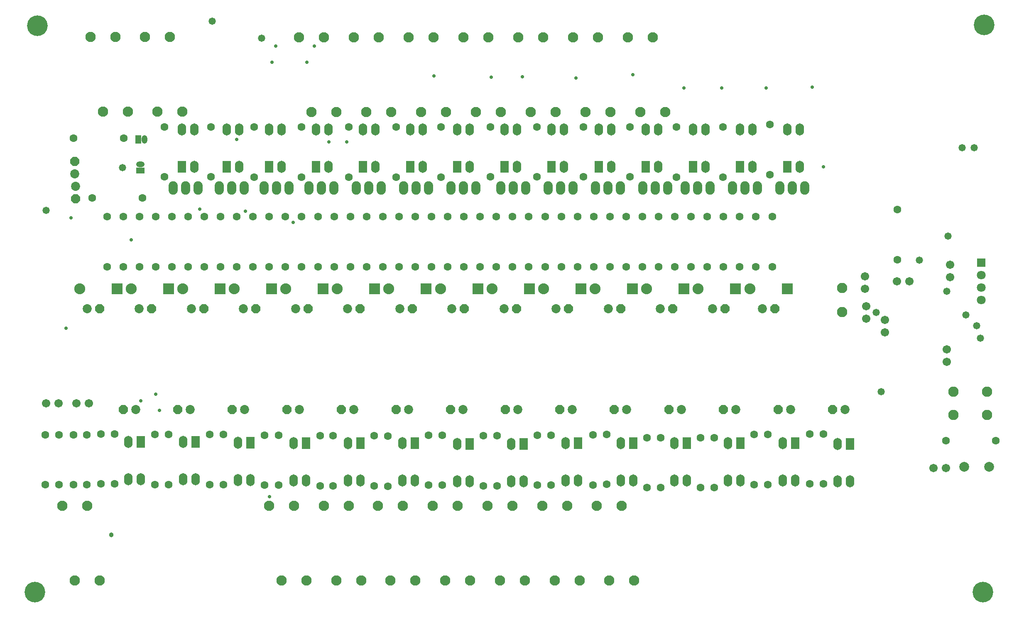
<source format=gbs>
G04*
G04 #@! TF.GenerationSoftware,Altium Limited,Altium Designer,21.3.2 (30)*
G04*
G04 Layer_Color=16711935*
%FSTAX24Y24*%
%MOIN*%
G70*
G04*
G04 #@! TF.SameCoordinates,1CD0A03D-4A64-46C4-810B-20C9608AE917*
G04*
G04*
G04 #@! TF.FilePolarity,Negative*
G04*
G01*
G75*
%ADD29O,0.0740X0.1080*%
%ADD30C,0.0631*%
%ADD31C,0.0827*%
%ADD32C,0.0830*%
%ADD33C,0.0671*%
%ADD34C,0.0710*%
%ADD35R,0.0710X0.0710*%
%ADD36O,0.0680X0.0980*%
%ADD37R,0.0680X0.0980*%
%ADD38C,0.0730*%
%ADD39P,0.0790X8X202.5*%
%ADD40C,0.0880*%
%ADD41R,0.0880X0.0880*%
%ADD42P,0.0790X8X292.5*%
%ADD43R,0.0671X0.0474*%
%ADD44O,0.0671X0.0474*%
%ADD45R,0.0474X0.0671*%
%ADD46O,0.0474X0.0671*%
%ADD47C,0.0789*%
%ADD48C,0.1655*%
%ADD49C,0.0280*%
%ADD50C,0.0380*%
%ADD51C,0.0580*%
D29*
X063Y0337D02*
D03*
X062D02*
D03*
X061D02*
D03*
X0554D02*
D03*
X0544D02*
D03*
X0534D02*
D03*
X052D02*
D03*
X051D02*
D03*
X05D02*
D03*
X0482D02*
D03*
X0472D02*
D03*
X0462D02*
D03*
X0444D02*
D03*
X0434D02*
D03*
X0424D02*
D03*
X0366D02*
D03*
X0356D02*
D03*
X0346D02*
D03*
X0406D02*
D03*
X0396D02*
D03*
X0386D02*
D03*
X0216D02*
D03*
X0206D02*
D03*
X0196D02*
D03*
X0572D02*
D03*
X0582D02*
D03*
X0592D02*
D03*
X0143D02*
D03*
X0133D02*
D03*
X0123D02*
D03*
X0232D02*
D03*
X0242D02*
D03*
X0252D02*
D03*
X027D02*
D03*
X028D02*
D03*
X029D02*
D03*
X0308D02*
D03*
X0318D02*
D03*
X0328D02*
D03*
X016D02*
D03*
X017D02*
D03*
X018D02*
D03*
D30*
X01195Y009892D02*
D03*
Y013908D02*
D03*
X01085Y009892D02*
D03*
Y013908D02*
D03*
X0188Y038608D02*
D03*
Y034592D02*
D03*
X037769Y038619D02*
D03*
Y034604D02*
D03*
X0645Y013958D02*
D03*
Y009942D02*
D03*
X0634Y013958D02*
D03*
Y009942D02*
D03*
X06005Y013908D02*
D03*
Y009892D02*
D03*
X05895Y013908D02*
D03*
Y009892D02*
D03*
X05575Y013658D02*
D03*
Y009642D02*
D03*
X05465Y013658D02*
D03*
Y009642D02*
D03*
X05145Y013658D02*
D03*
Y009642D02*
D03*
X05035Y013658D02*
D03*
Y009642D02*
D03*
X0471Y013916D02*
D03*
Y0099D02*
D03*
X046Y013866D02*
D03*
Y00985D02*
D03*
X04265Y009842D02*
D03*
Y013858D02*
D03*
X04155Y009842D02*
D03*
Y013858D02*
D03*
X0372Y013808D02*
D03*
Y009792D02*
D03*
X0383Y013808D02*
D03*
Y009792D02*
D03*
X0328Y013858D02*
D03*
Y009842D02*
D03*
X02955Y013766D02*
D03*
Y00975D02*
D03*
X02845Y013808D02*
D03*
Y009792D02*
D03*
X0241Y013808D02*
D03*
Y009792D02*
D03*
X07045Y031966D02*
D03*
Y02795D02*
D03*
X0226Y038608D02*
D03*
Y034592D02*
D03*
X074342Y0134D02*
D03*
X078358D02*
D03*
X0076Y009942D02*
D03*
Y013958D02*
D03*
X0604Y027392D02*
D03*
Y031408D02*
D03*
X059098D02*
D03*
Y027392D02*
D03*
X057795Y031408D02*
D03*
Y027392D02*
D03*
X056493D02*
D03*
Y031408D02*
D03*
X05519D02*
D03*
Y027392D02*
D03*
X053888Y031408D02*
D03*
Y027392D02*
D03*
X052585D02*
D03*
Y031408D02*
D03*
X051283D02*
D03*
Y027392D02*
D03*
X04998Y031408D02*
D03*
Y027392D02*
D03*
X048678D02*
D03*
Y031408D02*
D03*
X047376D02*
D03*
Y027392D02*
D03*
X044771D02*
D03*
Y031408D02*
D03*
X046073D02*
D03*
Y027392D02*
D03*
X043468Y031408D02*
D03*
Y027392D02*
D03*
X042166Y031408D02*
D03*
Y027392D02*
D03*
X040863D02*
D03*
Y031408D02*
D03*
X039561D02*
D03*
Y027392D02*
D03*
X038259Y031408D02*
D03*
Y027392D02*
D03*
X036956D02*
D03*
Y031408D02*
D03*
X035654D02*
D03*
Y027392D02*
D03*
X034351Y031408D02*
D03*
Y027392D02*
D03*
X033049D02*
D03*
Y031408D02*
D03*
X031746D02*
D03*
Y027392D02*
D03*
X030444Y031408D02*
D03*
Y027392D02*
D03*
X029141D02*
D03*
Y031408D02*
D03*
X027839D02*
D03*
Y027392D02*
D03*
X026537Y031408D02*
D03*
Y027392D02*
D03*
X025234D02*
D03*
Y031408D02*
D03*
X023932D02*
D03*
Y027392D02*
D03*
X022629Y031408D02*
D03*
Y027392D02*
D03*
X021327D02*
D03*
Y031408D02*
D03*
X020024D02*
D03*
Y027392D02*
D03*
X018722Y031408D02*
D03*
Y027392D02*
D03*
X01742D02*
D03*
Y031408D02*
D03*
X016117D02*
D03*
Y027392D02*
D03*
X014815Y031408D02*
D03*
Y027392D02*
D03*
X013512D02*
D03*
Y031408D02*
D03*
X01221D02*
D03*
Y027392D02*
D03*
X010907Y031408D02*
D03*
Y027392D02*
D03*
X015338Y034604D02*
D03*
Y038619D02*
D03*
X0264Y034592D02*
D03*
Y038608D02*
D03*
X0302Y034592D02*
D03*
Y038608D02*
D03*
X0338Y034592D02*
D03*
Y038608D02*
D03*
X041508Y034604D02*
D03*
Y038619D02*
D03*
X045246Y034604D02*
D03*
Y038619D02*
D03*
X048985Y034604D02*
D03*
Y038619D02*
D03*
X052723Y034592D02*
D03*
Y038608D02*
D03*
X056462Y034592D02*
D03*
Y038608D02*
D03*
X0602Y034792D02*
D03*
Y038808D02*
D03*
X0116Y034604D02*
D03*
Y038619D02*
D03*
X009605Y027392D02*
D03*
Y031408D02*
D03*
X008302Y027392D02*
D03*
Y031408D02*
D03*
X007D02*
D03*
Y027392D02*
D03*
X01525Y013908D02*
D03*
Y009892D02*
D03*
X01635Y013908D02*
D03*
Y009892D02*
D03*
X0065Y013958D02*
D03*
Y009942D02*
D03*
X003164Y013885D02*
D03*
Y00987D02*
D03*
X00205Y013885D02*
D03*
Y00987D02*
D03*
X00539Y013885D02*
D03*
Y00987D02*
D03*
X004314Y013885D02*
D03*
Y00987D02*
D03*
X008339Y037695D02*
D03*
X004324D02*
D03*
X009839Y032895D02*
D03*
X005824D02*
D03*
X0339Y009842D02*
D03*
Y013858D02*
D03*
X02515Y009792D02*
D03*
Y013808D02*
D03*
X020788Y009829D02*
D03*
Y013845D02*
D03*
X019656Y009839D02*
D03*
Y013855D02*
D03*
D31*
X021004Y002167D02*
D03*
X023004D02*
D03*
X020004Y008167D02*
D03*
X022004D02*
D03*
X048304D02*
D03*
X046304D02*
D03*
X049304Y002167D02*
D03*
X047304D02*
D03*
X043954Y008167D02*
D03*
X041954D02*
D03*
X044954Y002167D02*
D03*
X042954D02*
D03*
X030754Y008167D02*
D03*
X028754D02*
D03*
X031754Y002167D02*
D03*
X029754D02*
D03*
X035154Y008167D02*
D03*
X033154D02*
D03*
X036154Y002167D02*
D03*
X034154D02*
D03*
X039554Y008167D02*
D03*
X037554D02*
D03*
X040554Y002167D02*
D03*
X038554D02*
D03*
X012047Y04583D02*
D03*
X010047D02*
D03*
X013047Y03983D02*
D03*
X011047D02*
D03*
X0234Y0398D02*
D03*
X0254D02*
D03*
X0224Y0458D02*
D03*
X0244D02*
D03*
X0322Y0398D02*
D03*
X0342D02*
D03*
X0312Y0458D02*
D03*
X0332D02*
D03*
X0498Y0398D02*
D03*
X0518D02*
D03*
X0488Y0458D02*
D03*
X0508D02*
D03*
X0454Y0398D02*
D03*
X0474D02*
D03*
X0444Y0458D02*
D03*
X0464D02*
D03*
X041Y0398D02*
D03*
X043D02*
D03*
X04Y0458D02*
D03*
X042D02*
D03*
X0366Y0398D02*
D03*
X0386D02*
D03*
X0356Y0458D02*
D03*
X0376D02*
D03*
X0278Y0398D02*
D03*
X0298D02*
D03*
X0268Y0458D02*
D03*
X0288D02*
D03*
X007692Y045857D02*
D03*
X005691D02*
D03*
X008691Y039857D02*
D03*
X006691D02*
D03*
X025404Y002167D02*
D03*
X027404D02*
D03*
X024404Y008167D02*
D03*
X026404D02*
D03*
X0044Y002167D02*
D03*
X0064D02*
D03*
X0034Y008167D02*
D03*
X0054D02*
D03*
D32*
X066Y025665D02*
D03*
Y023735D02*
D03*
X07766Y01735D02*
D03*
X07495Y01547D02*
D03*
Y01735D02*
D03*
X07766Y01547D02*
D03*
D33*
X06795Y0232D02*
D03*
Y0242D02*
D03*
X06785Y0256D02*
D03*
Y0266D02*
D03*
X0744Y01975D02*
D03*
Y02075D02*
D03*
X06945Y0221D02*
D03*
Y0231D02*
D03*
X0704Y0262D02*
D03*
X0714D02*
D03*
X074668Y026554D02*
D03*
Y027554D02*
D03*
X0021Y0164D02*
D03*
X0031D02*
D03*
X00455D02*
D03*
X00555D02*
D03*
X07435Y0112D02*
D03*
X07335D02*
D03*
D34*
X07718Y02471D02*
D03*
Y02671D02*
D03*
Y02571D02*
D03*
D35*
Y02771D02*
D03*
D36*
X0141Y0103D02*
D03*
X0131D02*
D03*
Y0133D02*
D03*
X0185Y01025D02*
D03*
X0175D02*
D03*
Y01325D02*
D03*
X022975Y010212D02*
D03*
X021975D02*
D03*
Y013212D02*
D03*
X02735Y0102D02*
D03*
X02635D02*
D03*
Y0132D02*
D03*
X0317Y0102D02*
D03*
X0307D02*
D03*
Y0132D02*
D03*
X0361Y01015D02*
D03*
X0351D02*
D03*
Y01315D02*
D03*
X04045Y01015D02*
D03*
X03945D02*
D03*
Y01315D02*
D03*
X0448Y0102D02*
D03*
X0438D02*
D03*
Y0132D02*
D03*
X04925Y0102D02*
D03*
X04825D02*
D03*
Y0132D02*
D03*
X05355Y0102D02*
D03*
X05255D02*
D03*
Y0132D02*
D03*
X05785Y0102D02*
D03*
X05685D02*
D03*
Y0132D02*
D03*
X06225Y0102D02*
D03*
X06125D02*
D03*
Y0132D02*
D03*
X06665Y01015D02*
D03*
X06565D02*
D03*
Y01315D02*
D03*
X0087Y0133D02*
D03*
Y0103D02*
D03*
X0097D02*
D03*
X013Y0384D02*
D03*
X014D02*
D03*
Y0354D02*
D03*
X0176D02*
D03*
Y0384D02*
D03*
X0166D02*
D03*
X021Y0354D02*
D03*
Y0384D02*
D03*
X02D02*
D03*
X024782Y0354D02*
D03*
Y0384D02*
D03*
X023782D02*
D03*
X028564Y0354D02*
D03*
Y0384D02*
D03*
X027564D02*
D03*
X032345Y0354D02*
D03*
Y0384D02*
D03*
X031345D02*
D03*
X036127Y0354D02*
D03*
Y0384D02*
D03*
X035127D02*
D03*
X039909Y0354D02*
D03*
Y0384D02*
D03*
X038909D02*
D03*
X043691Y0354D02*
D03*
Y0384D02*
D03*
X042691D02*
D03*
X047473Y0354D02*
D03*
Y0384D02*
D03*
X046473D02*
D03*
X051255Y0354D02*
D03*
Y0384D02*
D03*
X050255D02*
D03*
X055036Y0354D02*
D03*
Y0384D02*
D03*
X054036D02*
D03*
X058818Y0354D02*
D03*
Y0384D02*
D03*
X057818D02*
D03*
X0626Y0354D02*
D03*
Y0384D02*
D03*
X0616D02*
D03*
D37*
X0141Y0133D02*
D03*
X0185Y01325D02*
D03*
X022975Y013212D02*
D03*
X02735Y0132D02*
D03*
X0317D02*
D03*
X0361Y01315D02*
D03*
X04045D02*
D03*
X0448Y0132D02*
D03*
X04925D02*
D03*
X05355D02*
D03*
X05785D02*
D03*
X06225D02*
D03*
X06665Y01315D02*
D03*
X0097Y0133D02*
D03*
X013Y0354D02*
D03*
X0166D02*
D03*
X02D02*
D03*
X023782D02*
D03*
X027564D02*
D03*
X031345D02*
D03*
X035127D02*
D03*
X038909D02*
D03*
X042691D02*
D03*
X046473D02*
D03*
X050255D02*
D03*
X054036D02*
D03*
X057818D02*
D03*
X0616D02*
D03*
D38*
X0596Y024D02*
D03*
X055615D02*
D03*
X047246D02*
D03*
X043062D02*
D03*
X038877D02*
D03*
X034692D02*
D03*
X030508D02*
D03*
X026323D02*
D03*
X022138D02*
D03*
X06625Y0159D02*
D03*
X061869D02*
D03*
X057488D02*
D03*
X053108D02*
D03*
X048727D02*
D03*
X044346D02*
D03*
X039965D02*
D03*
X035585D02*
D03*
X031204D02*
D03*
X026823D02*
D03*
X022442D02*
D03*
X018062D02*
D03*
X013681D02*
D03*
X0093D02*
D03*
X017954Y024D02*
D03*
X0054D02*
D03*
X009585D02*
D03*
X013769D02*
D03*
X004431Y034845D02*
D03*
X004481Y033845D02*
D03*
X051431Y024D02*
D03*
D39*
X0606D02*
D03*
X056615D02*
D03*
X048246D02*
D03*
X044062D02*
D03*
X039877D02*
D03*
X035692D02*
D03*
X031508D02*
D03*
X027323D02*
D03*
X023138D02*
D03*
X06525Y0159D02*
D03*
X060869D02*
D03*
X056488D02*
D03*
X052108D02*
D03*
X047727D02*
D03*
X043346D02*
D03*
X038965D02*
D03*
X034585D02*
D03*
X030204D02*
D03*
X025823D02*
D03*
X021442D02*
D03*
X017062D02*
D03*
X012681D02*
D03*
X0083D02*
D03*
X018954Y024D02*
D03*
X0064D02*
D03*
X010585D02*
D03*
X014769D02*
D03*
X052431D02*
D03*
D40*
X025492Y0256D02*
D03*
X021354D02*
D03*
X017215D02*
D03*
X013077D02*
D03*
X008938D02*
D03*
X0048D02*
D03*
X029631D02*
D03*
X054462D02*
D03*
X033769D02*
D03*
X0586D02*
D03*
X037908D02*
D03*
X042046D02*
D03*
X046185D02*
D03*
X050323D02*
D03*
D41*
X028492D02*
D03*
X024354D02*
D03*
X020215D02*
D03*
X016077D02*
D03*
X011938D02*
D03*
X0078D02*
D03*
X032631D02*
D03*
X057462D02*
D03*
X036769D02*
D03*
X0616D02*
D03*
X040908D02*
D03*
X045046D02*
D03*
X049185D02*
D03*
X053323D02*
D03*
D42*
X004431Y035845D02*
D03*
X004481Y032845D02*
D03*
D43*
X009681Y035095D02*
D03*
D44*
Y035595D02*
D03*
D45*
X0095Y0376D02*
D03*
D46*
X01D02*
D03*
D47*
X0758Y0113D02*
D03*
X0778D02*
D03*
D48*
X0773Y00125D02*
D03*
X0774Y0468D02*
D03*
X0014Y04675D02*
D03*
X0012Y00125D02*
D03*
D49*
X0112Y01585D02*
D03*
X0109Y01715D02*
D03*
X02005Y0089D02*
D03*
X00895Y02955D02*
D03*
X0097Y0166D02*
D03*
X0037Y02245D02*
D03*
X0041Y0313D02*
D03*
X0645Y0354D02*
D03*
X02625Y0374D02*
D03*
X0248D02*
D03*
X0636Y0418D02*
D03*
X0599Y04175D02*
D03*
X05635D02*
D03*
X0533D02*
D03*
X0492Y0428D02*
D03*
X04465Y04255D02*
D03*
X04035Y04265D02*
D03*
X03785Y0426D02*
D03*
X03325Y0427D02*
D03*
X02195Y03095D02*
D03*
X02365Y0451D02*
D03*
X02055D02*
D03*
X02305Y0438D02*
D03*
X02025D02*
D03*
X0174Y0376D02*
D03*
X0181Y03185D02*
D03*
X01445Y032D02*
D03*
D50*
X00735Y00585D02*
D03*
D51*
X0021Y0319D02*
D03*
X00825Y03535D02*
D03*
X0194Y04575D02*
D03*
X01545Y0471D02*
D03*
X0766Y03695D02*
D03*
X07565D02*
D03*
X0768Y02265D02*
D03*
X07595Y0235D02*
D03*
X0771Y02165D02*
D03*
X06875Y0237D02*
D03*
X0744Y0254D02*
D03*
X072229Y027921D02*
D03*
X0745Y02985D02*
D03*
X06915Y01735D02*
D03*
M02*

</source>
